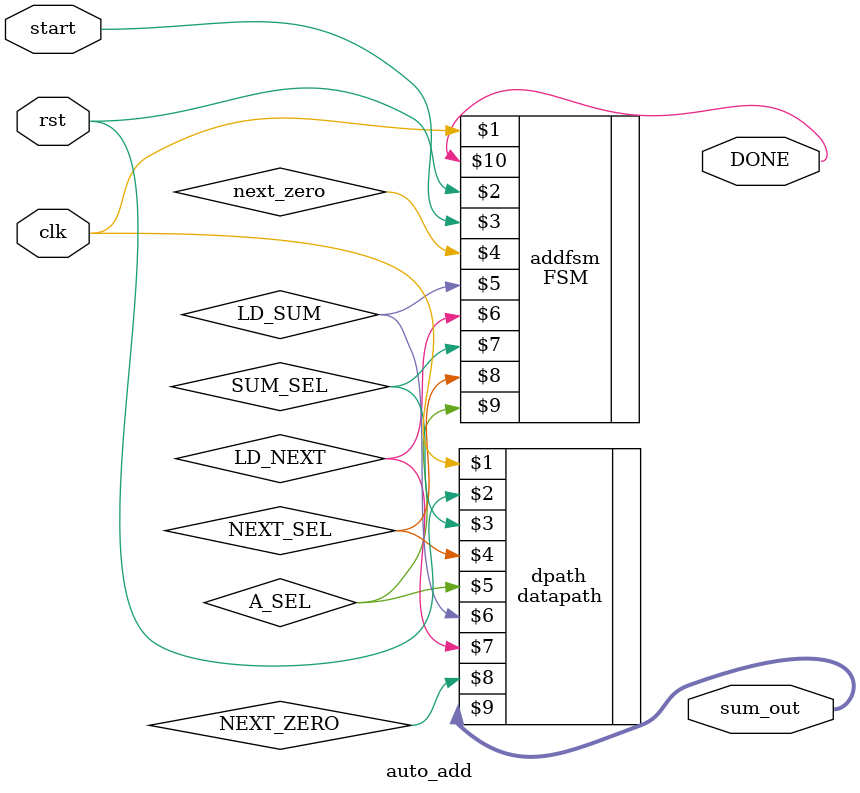
<source format=v>
module auto_add(clk,rst,start,DONE,sum_out);
    input clk,rst,start;
    output DONE;
    output [31:0] sum_out;
    wire SUM_SEL, NEXT_SEL, A_SEL, LD_SUM, LD_NEXT, NEXT_ZERO;
     
    datapath #(32) dpath(clk, rst, SUM_SEL, NEXT_SEL, A_SEL, LD_SUM, LD_NEXT, NEXT_ZERO, sum_out);
    FSM addfsm(clk,rst,start,next_zero, LD_SUM, LD_NEXT, SUM_SEL, NEXT_SEL, A_SEL, DONE);
endmodule

</source>
